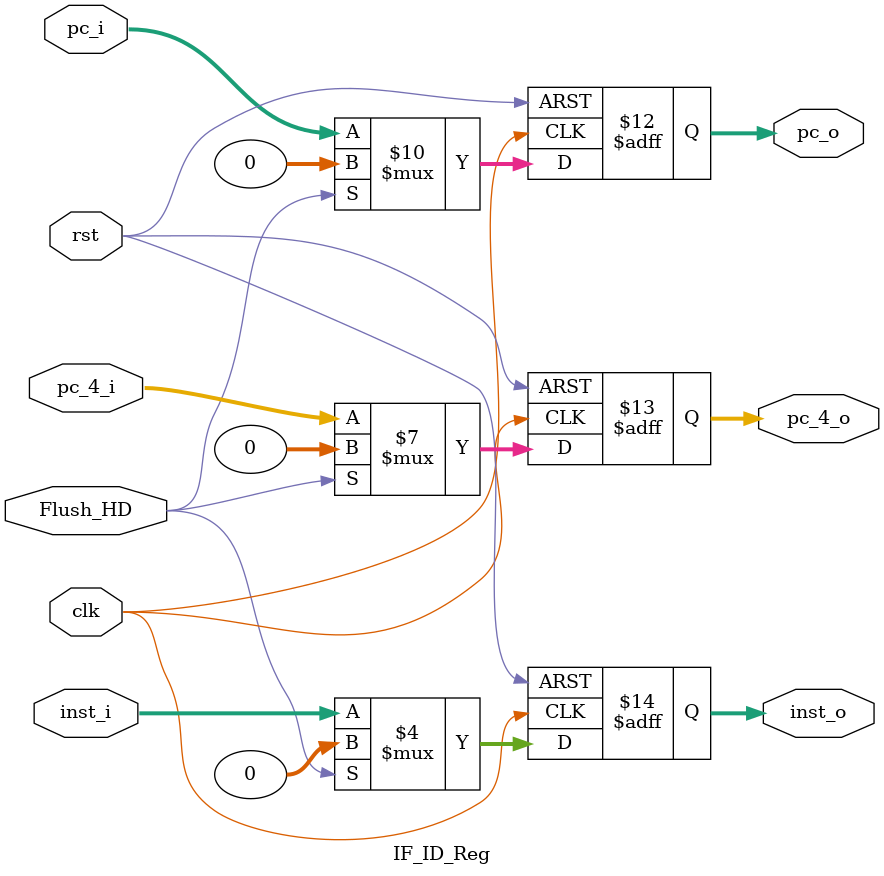
<source format=v>
module IF_ID_Reg(
    input wire clk,
    input wire rst,
    input wire [31:0] pc_i,
    input wire [31:0] pc_4_i,
    input wire [31:0] inst_i,
    input wire Flush_HD,
    output reg  [31:0] pc_o,
    output reg  [31:0] pc_4_o,
    output reg  [31:0] inst_o
);

always @(posedge clk, negedge rst) begin
        if (~rst) begin
            pc_o <= 32'b0;
            pc_4_o <= 32'b0;
            inst_o <= 32'b0;
        end else if (Flush_HD) begin
            pc_o <= 32'b0;
            pc_4_o <= 32'b0;
            inst_o <= 32'b0;
        end else begin
            pc_o <= pc_i;
            pc_4_o <= pc_4_i;
            inst_o <= inst_i;
        end
    end

endmodule

</source>
